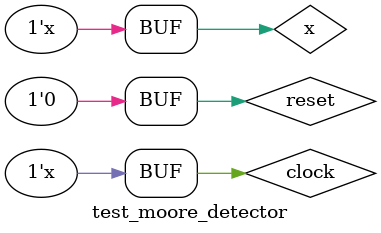
<source format=v>
module test_moore_detector;
reg x, reset, clock;
wire z;
moore_detector MUT ( x, reset, clock, z );
initial begin
clock=1'b0; x=1'b0; reset=1'b1;
end
initial #24 reset=1'b0;
always #5 clock=~clock;
always #7 x=~x;
endmodule
</source>
